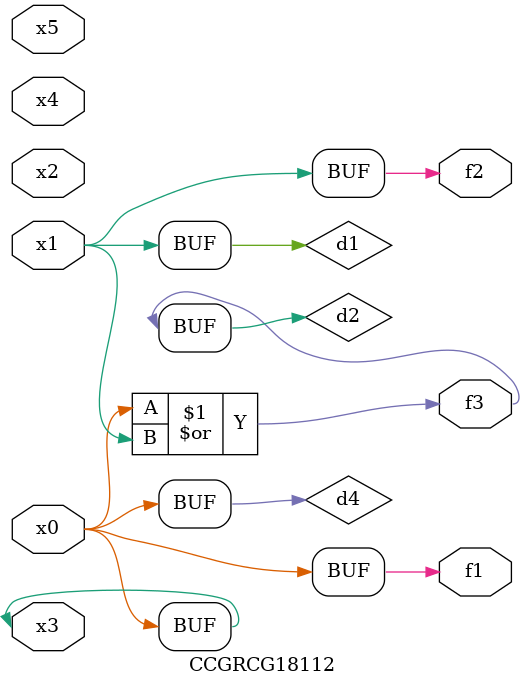
<source format=v>
module CCGRCG18112(
	input x0, x1, x2, x3, x4, x5,
	output f1, f2, f3
);

	wire d1, d2, d3, d4;

	and (d1, x1);
	or (d2, x0, x1);
	nand (d3, x0, x5);
	buf (d4, x0, x3);
	assign f1 = d4;
	assign f2 = d1;
	assign f3 = d2;
endmodule

</source>
